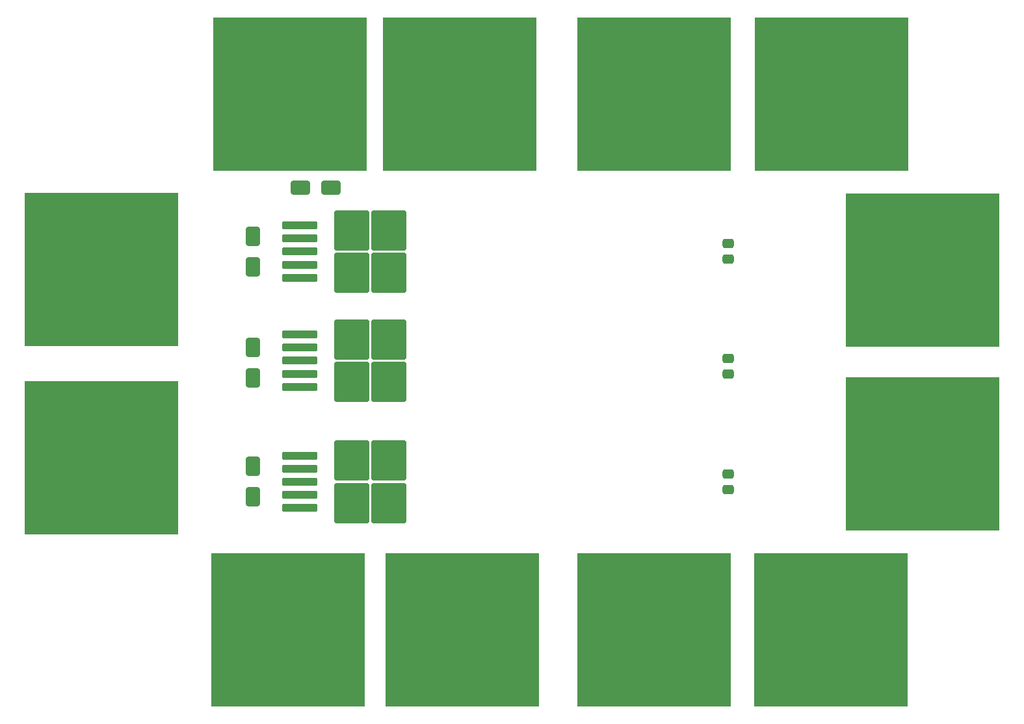
<source format=gbr>
%TF.GenerationSoftware,KiCad,Pcbnew,8.0.3-8.0.3-0~ubuntu22.04.1*%
%TF.CreationDate,2024-08-07T13:08:44+03:00*%
%TF.ProjectId,power_distribution_body,706f7765-725f-4646-9973-747269627574,rev?*%
%TF.SameCoordinates,Original*%
%TF.FileFunction,Paste,Top*%
%TF.FilePolarity,Positive*%
%FSLAX46Y46*%
G04 Gerber Fmt 4.6, Leading zero omitted, Abs format (unit mm)*
G04 Created by KiCad (PCBNEW 8.0.3-8.0.3-0~ubuntu22.04.1) date 2024-08-07 13:08:44*
%MOMM*%
%LPD*%
G01*
G04 APERTURE LIST*
G04 Aperture macros list*
%AMRoundRect*
0 Rectangle with rounded corners*
0 $1 Rounding radius*
0 $2 $3 $4 $5 $6 $7 $8 $9 X,Y pos of 4 corners*
0 Add a 4 corners polygon primitive as box body*
4,1,4,$2,$3,$4,$5,$6,$7,$8,$9,$2,$3,0*
0 Add four circle primitives for the rounded corners*
1,1,$1+$1,$2,$3*
1,1,$1+$1,$4,$5*
1,1,$1+$1,$6,$7*
1,1,$1+$1,$8,$9*
0 Add four rect primitives between the rounded corners*
20,1,$1+$1,$2,$3,$4,$5,0*
20,1,$1+$1,$4,$5,$6,$7,0*
20,1,$1+$1,$6,$7,$8,$9,0*
20,1,$1+$1,$8,$9,$2,$3,0*%
G04 Aperture macros list end*
%ADD10RoundRect,0.250000X-0.650000X1.000000X-0.650000X-1.000000X0.650000X-1.000000X0.650000X1.000000X0*%
%ADD11R,20.000000X20.000000*%
%ADD12RoundRect,0.250000X-2.050000X-0.300000X2.050000X-0.300000X2.050000X0.300000X-2.050000X0.300000X0*%
%ADD13RoundRect,0.250000X-2.025000X-2.375000X2.025000X-2.375000X2.025000X2.375000X-2.025000X2.375000X0*%
%ADD14RoundRect,0.250000X-0.475000X0.337500X-0.475000X-0.337500X0.475000X-0.337500X0.475000X0.337500X0*%
%ADD15RoundRect,0.250000X-1.000000X-0.650000X1.000000X-0.650000X1.000000X0.650000X-1.000000X0.650000X0*%
G04 APERTURE END LIST*
D10*
%TO.C,D3*%
X117000000Y-78500000D03*
X117000000Y-82500000D03*
%TD*%
D11*
%TO.C,J4*%
X97200000Y-82850000D03*
%TD*%
D12*
%TO.C,U3*%
X123075000Y-77100000D03*
X123075000Y-78800000D03*
X123075000Y-80500000D03*
D13*
X129800000Y-77725000D03*
X129800000Y-83275000D03*
X134650000Y-77725000D03*
X134650000Y-83275000D03*
D12*
X123075000Y-82200000D03*
X123075000Y-83900000D03*
%TD*%
D11*
%TO.C,J10*%
X144200000Y-129850000D03*
%TD*%
D14*
%TO.C,C1*%
X178850000Y-79425000D03*
X178850000Y-81500000D03*
%TD*%
D11*
%TO.C,J13*%
X97200000Y-107390000D03*
%TD*%
%TO.C,J5*%
X121800000Y-59950000D03*
%TD*%
%TO.C,J12*%
X192300000Y-59950000D03*
%TD*%
D12*
%TO.C,U2*%
X123075000Y-107100000D03*
X123075000Y-108800000D03*
X123075000Y-110500000D03*
D13*
X129800000Y-107725000D03*
X129800000Y-113275000D03*
X134650000Y-107725000D03*
X134650000Y-113275000D03*
D12*
X123075000Y-112200000D03*
X123075000Y-113900000D03*
%TD*%
D11*
%TO.C,J1*%
X169200000Y-59950000D03*
%TD*%
%TO.C,J15*%
X204200000Y-106850000D03*
%TD*%
%TO.C,J9*%
X121500000Y-129850000D03*
%TD*%
D14*
%TO.C,C6*%
X178850000Y-109462500D03*
X178850000Y-111537500D03*
%TD*%
D12*
%TO.C,U1*%
X123075000Y-91325000D03*
X123075000Y-93025000D03*
X123075000Y-94725000D03*
D13*
X129800000Y-91950000D03*
X129800000Y-97500000D03*
X134650000Y-91950000D03*
X134650000Y-97500000D03*
D12*
X123075000Y-96425000D03*
X123075000Y-98125000D03*
%TD*%
D11*
%TO.C,J3*%
X204200000Y-82950000D03*
%TD*%
D15*
%TO.C,D4*%
X123112500Y-72190000D03*
X127112500Y-72190000D03*
%TD*%
D10*
%TO.C,D2*%
X117000000Y-93000000D03*
X117000000Y-97000000D03*
%TD*%
D11*
%TO.C,J14*%
X143900000Y-59950000D03*
%TD*%
%TO.C,J11*%
X192200000Y-129850000D03*
%TD*%
%TO.C,J2*%
X169200000Y-129850000D03*
%TD*%
D10*
%TO.C,D1*%
X117000000Y-108500000D03*
X117000000Y-112500000D03*
%TD*%
D14*
%TO.C,C5*%
X178850000Y-94425000D03*
X178850000Y-96500000D03*
%TD*%
M02*

</source>
